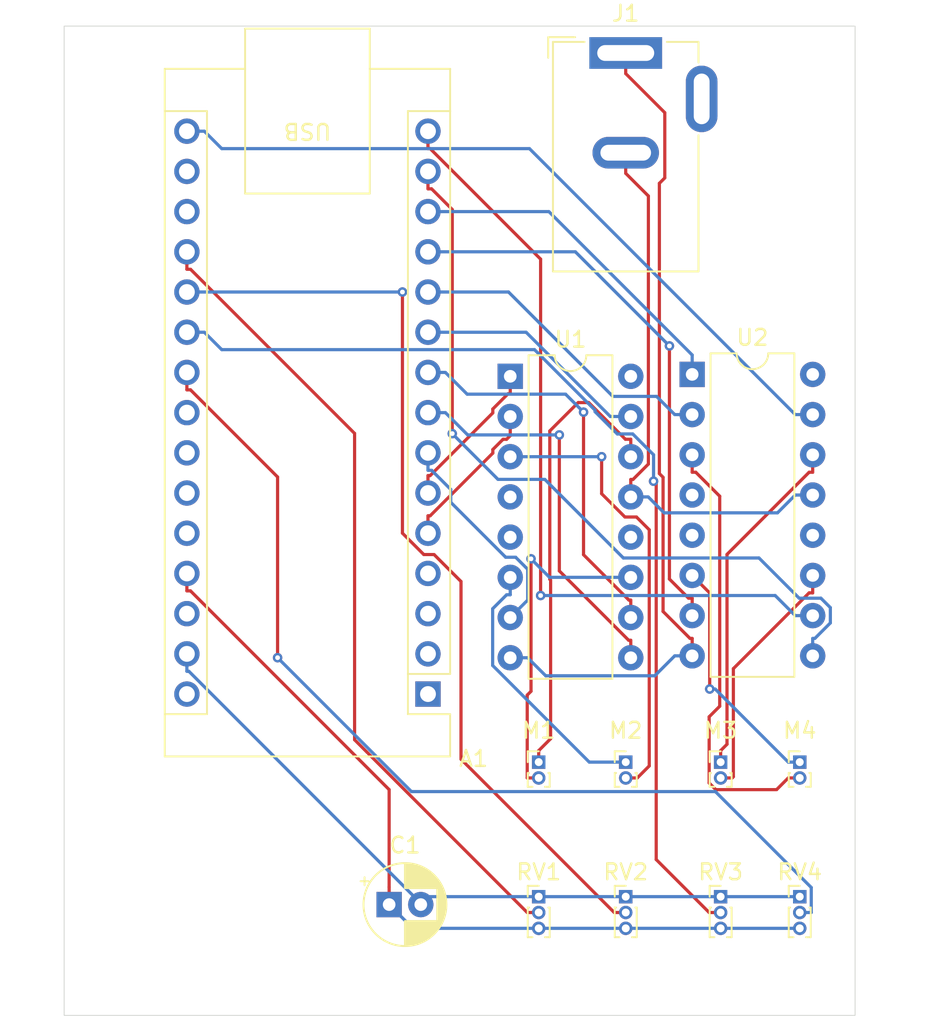
<source format=kicad_pcb>
(kicad_pcb (version 20240108) (generator "pcbnew") (generator_version "8.0")
  (layers (0 "F.Cu" signal) (31 "B.Cu" signal) (34 "B.Paste" user) (35 "F.Paste" user) (36 "B.SilkS" user "B.Silkscreen") (37 "F.SilkS" user "F.Silkscreen") (38 "B.Mask" user) (39 "F.Mask" user) (44 "Edge.Cuts" user))
  (net 0 "")
  (net 1 "Net-(A1-D10)")
  (net 2 "Net-(A1-D7)")
  (net 5 "Net-(A1-D5)")
  (net 7 "Net-(A1-D11)")
  (net 8 "Net-(A1-D13)")
  (net 9 "Net-(A1-A0)")
  (net 10 "Net-(A1-D8)")
  (net 12 "Net-(A1-D9)")
  (net 13 "Net-(A1-A2)")
  (net 20 "Net-(A1-D6)")
  (net 21 "Net-(A1-D12)")
  (net 22 "Net-(A1-A1)")
  (net 23 "Net-(A1-+5V)")
  (net 24 "Net-(A1-D3)")
  (net 25 "Net-(A1-A3)")
  (net 26 "Net-(A1-D4)")
  (net 28 "Net-(A1-GND-Pad29)")
  (net 30 "Net-(A1-D2)")
  (net 33 "Net-(U1-2Y)")
  (net 34 "Net-(U1-VCC2)")
  (net 35 "Net-(U1-3Y)")
  (net 36 "Net-(U1-4Y)")
  (net 37 "Net-(U1-1Y)")
  (net 38 "Net-(J1-Pad2)")
  (net 41 "Net-(U2-4Y)")
  (net 42 "Net-(U2-2Y)")
  (net 45 "Net-(U2-3Y)")
  (net 48 "Net-(U2-1Y)")
  (footprint "Connector_PinHeader_1.00mm:PinHeader_1x03_P1.00mm_Vertical" (layer "F.Cu") (at 135 99)
    (property "Reference" "RV4" (at 0 -1.56 0) (layer "F.SilkS"))
    (property "Value" "R_FLP")
    (pad "1" thru_hole rect (at 0 0) (size 0.85 0.85) (drill 0.5) (layers "*.Cu" "*.Mask") (net 28 "Net-(A1-GND-Pad29)"))
    (pad "2" thru_hole oval (at 0 1) (size 0.85 0.85) (drill 0.5) (layers "*.Cu" "*.Mask") (net 25 "Net-(A1-A3)"))
    (pad "3" thru_hole oval (at 0 2) (size 0.85 0.85) (drill 0.5) (layers "*.Cu" "*.Mask") (net 23 "Net-(A1-+5V)"))
  )
  (footprint "Package_DIP:DIP-16_W7.62mm" (layer "F.Cu") (at 128.2 66.005)
    (property "Reference" "U2" (at 3.81 -2.33 0) (layer "F.SilkS"))
    (property "Value" "L293D")
    (pad "1" thru_hole rect (at 0 0) (size 1.6 1.6) (drill 0.8) (layers "*.Cu" "*.Mask") (net 1 "Net-(A1-D10)"))
    (pad "2" thru_hole oval (at 0 2.54) (size 1.6 1.6) (drill 0.8) (layers "*.Cu" "*.Mask") (net 10 "Net-(A1-D8)"))
    (pad "3" thru_hole oval (at 0 5.08) (size 1.6 1.6) (drill 0.8) (layers "*.Cu" "*.Mask") (net 48 "Net-(U2-1Y)"))
    (pad "4" thru_hole oval (at 0 7.62) (size 1.6 1.6) (drill 0.8) (layers "*.Cu" "*.Mask"))
    (pad "5" thru_hole oval (at 0 10.16) (size 1.6 1.6) (drill 0.8) (layers "*.Cu" "*.Mask"))
    (pad "6" thru_hole oval (at 0 12.7) (size 1.6 1.6) (drill 0.8) (layers "*.Cu" "*.Mask") (net 42 "Net-(U2-2Y)"))
    (pad "7" thru_hole oval (at 0 15.24) (size 1.6 1.6) (drill 0.8) (layers "*.Cu" "*.Mask") (net 12 "Net-(A1-D9)"))
    (pad "8" thru_hole oval (at 0 17.78) (size 1.6 1.6) (drill 0.8) (layers "*.Cu" "*.Mask") (net 34 "Net-(U1-VCC2)"))
    (pad "9" thru_hole oval (at 7.62 17.78) (size 1.6 1.6) (drill 0.8) (layers "*.Cu" "*.Mask") (net 7 "Net-(A1-D11)"))
    (pad "10" thru_hole oval (at 7.62 15.24) (size 1.6 1.6) (drill 0.8) (layers "*.Cu" "*.Mask") (net 21 "Net-(A1-D12)"))
    (pad "11" thru_hole oval (at 7.62 12.7) (size 1.6 1.6) (drill 0.8) (layers "*.Cu" "*.Mask") (net 45 "Net-(U2-3Y)"))
    (pad "12" thru_hole oval (at 7.62 10.16) (size 1.6 1.6) (drill 0.8) (layers "*.Cu" "*.Mask"))
    (pad "13" thru_hole oval (at 7.62 7.62) (size 1.6 1.6) (drill 0.8) (layers "*.Cu" "*.Mask") (net 38 "Net-(J1-Pad2)"))
    (pad "14" thru_hole oval (at 7.62 5.08) (size 1.6 1.6) (drill 0.8) (layers "*.Cu" "*.Mask") (net 41 "Net-(U2-4Y)"))
    (pad "15" thru_hole oval (at 7.62 2.54) (size 1.6 1.6) (drill 0.8) (layers "*.Cu" "*.Mask") (net 8 "Net-(A1-D13)"))
    (pad "16" thru_hole oval (at 7.62 0) (size 1.6 1.6) (drill 0.8) (layers "*.Cu" "*.Mask"))
  )
  (footprint "Connector_PinHeader_1.00mm:PinHeader_1x02_P1.00mm_Vertical" (layer "F.Cu") (at 135 90.5)
    (property "Reference" "M4" (at 0 -2 0) (layer "F.SilkS"))
    (property "Value" "M_FLP")
    (pad "1" thru_hole rect (at 0 0) (size 0.85 0.85) (drill 0.5) (layers "*.Cu" "*.Mask") (net 42 "Net-(U2-2Y)"))
    (pad "2" thru_hole oval (at 0 1) (size 0.85 0.85) (drill 0.5) (layers "*.Cu" "*.Mask") (net 48 "Net-(U2-1Y)"))
  )
  (footprint "Capacitor_THT:CP_Radial_D5.0mm_P2.00mm" (layer "F.Cu") (at 109.0449 99.5)
    (property "Reference" "C1" (at 1 -3.75 0) (layer "F.SilkS"))
    (property "Value" "100nF")
    (pad "1" thru_hole rect (at 0 0) (size 1.6 1.6) (drill 0.8) (layers "*.Cu" "*.Mask") (net 23 "Net-(A1-+5V)"))
    (pad "2" thru_hole circle (at 2 0) (size 1.6 1.6) (drill 0.8) (layers "*.Cu" "*.Mask") (net 28 "Net-(A1-GND-Pad29)"))
  )
  (footprint "Connector_PinHeader_1.00mm:PinHeader_1x02_P1.00mm_Vertical" (layer "F.Cu") (at 124 90.5)
    (property "Reference" "M2" (at 0 -2 0) (layer "F.SilkS"))
    (property "Value" "M_ENG2")
    (pad "1" thru_hole rect (at 0 0) (size 0.85 0.85) (drill 0.5) (layers "*.Cu" "*.Mask") (net 33 "Net-(U1-2Y)"))
    (pad "2" thru_hole oval (at 0 1) (size 0.85 0.85) (drill 0.5) (layers "*.Cu" "*.Mask") (net 37 "Net-(U1-1Y)"))
  )
  (footprint "Connector_PinHeader_1.00mm:PinHeader_1x03_P1.00mm_Vertical" (layer "F.Cu") (at 124 99)
    (property "Reference" "RV2" (at 0 -1.56 0) (layer "F.SilkS"))
    (property "Value" "R_ENG2")
    (pad "1" thru_hole rect (at 0 0) (size 0.85 0.85) (drill 0.5) (layers "*.Cu" "*.Mask") (net 28 "Net-(A1-GND-Pad29)"))
    (pad "2" thru_hole oval (at 0 1) (size 0.85 0.85) (drill 0.5) (layers "*.Cu" "*.Mask") (net 22 "Net-(A1-A1)"))
    (pad "3" thru_hole oval (at 0 2) (size 0.85 0.85) (drill 0.5) (layers "*.Cu" "*.Mask") (net 23 "Net-(A1-+5V)"))
  )
  (footprint "Connector_PinHeader_1.00mm:PinHeader_1x03_P1.00mm_Vertical" (layer "F.Cu") (at 118.5 99)
    (property "Reference" "RV1" (at 0 -1.56 0) (layer "F.SilkS"))
    (property "Value" "R_ENG1")
    (pad "1" thru_hole rect (at 0 0) (size 0.85 0.85) (drill 0.5) (layers "*.Cu" "*.Mask") (net 28 "Net-(A1-GND-Pad29)"))
    (pad "2" thru_hole oval (at 0 1) (size 0.85 0.85) (drill 0.5) (layers "*.Cu" "*.Mask") (net 9 "Net-(A1-A0)"))
    (pad "3" thru_hole oval (at 0 2) (size 0.85 0.85) (drill 0.5) (layers "*.Cu" "*.Mask") (net 23 "Net-(A1-+5V)"))
  )
  (footprint "MountingHole:MountingHole_2.1mm" (layer "F.Cu") (at 135 47.5)
    (property "Reference" "REF**" (hide yes))
    (property "Value" "MountingHole_2.1mm")
    (pad "" np_thru_hole circle (at 0 0) (size 2.1 2.1) (drill 2.1) (layers "*.Cu" "*.Mask"))
  )
  (footprint "MountingHole:MountingHole_2.1mm" (layer "F.Cu") (at 92.5 103)
    (property "Reference" "p" (hide yes))
    (property "Value" "MountingHole_2.1mm")
    (pad "" np_thru_hole circle (at 0 0) (size 2.1 2.1) (drill 2.1) (layers "*.Cu" "*.Mask"))
  )
  (footprint "Connector_BarrelJack:BarrelJack_GCT_DCJ200-10-A_Horizontal" (layer "F.Cu") (at 124 45.7)
    (property "Reference" "J1" (at 0 -2.5 0) (layer "F.SilkS"))
    (property "Value" "Jack-DC")
    (pad "1" thru_hole rect (at 0 0) (size 4.6 2) (drill oval 3.6 1) (layers "*.Cu" "*.Mask") (net 34 "Net-(U1-VCC2)"))
    (pad "2" thru_hole oval (at 0 6.3) (size 4.2 2) (drill oval 3.2 1) (layers "*.Cu" "*.Mask") (net 38 "Net-(J1-Pad2)"))
    (pad "3" thru_hole oval (at 4.8 2.9) (size 2 4.2) (drill oval 1 3.2) (layers "*.Cu" "*.Mask"))
  )
  (footprint "Package_DIP:DIP-16_W7.62mm" (layer "F.Cu") (at 116.7 66.125)
    (property "Reference" "U1" (at 3.81 -2.33 0) (layer "F.SilkS"))
    (property "Value" "L293D")
    (pad "1" thru_hole rect (at 0 0) (size 1.6 1.6) (drill 0.8) (layers "*.Cu" "*.Mask") (net 24 "Net-(A1-D3)"))
    (pad "2" thru_hole oval (at 0 2.54) (size 1.6 1.6) (drill 0.8) (layers "*.Cu" "*.Mask") (net 30 "Net-(A1-D2)"))
    (pad "3" thru_hole oval (at 0 5.08) (size 1.6 1.6) (drill 0.8) (layers "*.Cu" "*.Mask") (net 37 "Net-(U1-1Y)"))
    (pad "4" thru_hole oval (at 0 7.62) (size 1.6 1.6) (drill 0.8) (layers "*.Cu" "*.Mask"))
    (pad "5" thru_hole oval (at 0 10.16) (size 1.6 1.6) (drill 0.8) (layers "*.Cu" "*.Mask"))
    (pad "6" thru_hole oval (at 0 12.7) (size 1.6 1.6) (drill 0.8) (layers "*.Cu" "*.Mask") (net 33 "Net-(U1-2Y)"))
    (pad "7" thru_hole oval (at 0 15.24) (size 1.6 1.6) (drill 0.8) (layers "*.Cu" "*.Mask") (net 26 "Net-(A1-D4)"))
    (pad "8" thru_hole oval (at 0 17.78) (size 1.6 1.6) (drill 0.8) (layers "*.Cu" "*.Mask") (net 34 "Net-(U1-VCC2)"))
    (pad "9" thru_hole oval (at 7.62 17.78) (size 1.6 1.6) (drill 0.8) (layers "*.Cu" "*.Mask") (net 5 "Net-(A1-D5)"))
    (pad "10" thru_hole oval (at 7.62 15.24) (size 1.6 1.6) (drill 0.8) (layers "*.Cu" "*.Mask") (net 20 "Net-(A1-D6)"))
    (pad "11" thru_hole oval (at 7.62 12.7) (size 1.6 1.6) (drill 0.8) (layers "*.Cu" "*.Mask") (net 35 "Net-(U1-3Y)"))
    (pad "12" thru_hole oval (at 7.62 10.16) (size 1.6 1.6) (drill 0.8) (layers "*.Cu" "*.Mask"))
    (pad "13" thru_hole oval (at 7.62 7.62) (size 1.6 1.6) (drill 0.8) (layers "*.Cu" "*.Mask") (net 38 "Net-(J1-Pad2)"))
    (pad "14" thru_hole oval (at 7.62 5.08) (size 1.6 1.6) (drill 0.8) (layers "*.Cu" "*.Mask") (net 36 "Net-(U1-4Y)"))
    (pad "15" thru_hole oval (at 7.62 2.54) (size 1.6 1.6) (drill 0.8) (layers "*.Cu" "*.Mask") (net 2 "Net-(A1-D7)"))
    (pad "16" thru_hole oval (at 7.62 0) (size 1.6 1.6) (drill 0.8) (layers "*.Cu" "*.Mask"))
  )
  (footprint "Connector_PinHeader_1.00mm:PinHeader_1x02_P1.00mm_Vertical" (layer "F.Cu") (at 130 90.5)
    (property "Reference" "M3" (at 0 -2 0) (layer "F.SilkS"))
    (property "Value" "M_BRK")
    (pad "1" thru_hole rect (at 0 0) (size 0.85 0.85) (drill 0.5) (layers "*.Cu" "*.Mask") (net 41 "Net-(U2-4Y)"))
    (pad "2" thru_hole oval (at 0 1) (size 0.85 0.85) (drill 0.5) (layers "*.Cu" "*.Mask") (net 45 "Net-(U2-3Y)"))
  )
  (footprint "Connector_PinHeader_1.00mm:PinHeader_1x02_P1.00mm_Vertical" (layer "F.Cu") (at 118.5 90.5)
    (property "Reference" "M1" (at 0 -2 0) (layer "F.SilkS"))
    (property "Value" "M_ENG1")
    (pad "1" thru_hole rect (at 0 0) (size 0.85 0.85) (drill 0.5) (layers "*.Cu" "*.Mask") (net 36 "Net-(U1-4Y)"))
    (pad "2" thru_hole oval (at 0 1) (size 0.85 0.85) (drill 0.5) (layers "*.Cu" "*.Mask") (net 35 "Net-(U1-3Y)"))
  )
  (footprint "Connector_PinHeader_1.00mm:PinHeader_1x03_P1.00mm_Vertical" (layer "F.Cu") (at 130 99)
    (property "Reference" "RV3" (at 0 -1.56 0) (layer "F.SilkS"))
    (property "Value" "R_BRK")
    (pad "1" thru_hole rect (at 0 0) (size 0.85 0.85) (drill 0.5) (layers "*.Cu" "*.Mask") (net 28 "Net-(A1-GND-Pad29)"))
    (pad "2" thru_hole oval (at 0 1) (size 0.85 0.85) (drill 0.5) (layers "*.Cu" "*.Mask") (net 13 "Net-(A1-A2)"))
    (pad "3" thru_hole oval (at 0 2) (size 0.85 0.85) (drill 0.5) (layers "*.Cu" "*.Mask") (net 23 "Net-(A1-+5V)"))
  )
  (footprint "Module:Arduino_Nano" (layer "F.Cu") (at 111.5 86.2 180)
    (property "Reference" "A1" (at -2.88 -4.08 0) (layer "F.SilkS"))
    (property "Value" "Arduino_Nano_v3.x")
    (fp_text user "USB" (at 7.62 35.56 180) (layer "F.SilkS"))
    (pad "1" thru_hole rect (at 0 0 180) (size 1.6 1.6) (drill 1) (layers "*.Cu" "*.Mask"))
    (pad "2" thru_hole oval (at 0 2.54 180) (size 1.6 1.6) (drill 1) (layers "*.Cu" "*.Mask"))
    (pad "3" thru_hole oval (at 0 5.08 180) (size 1.6 1.6) (drill 1) (layers "*.Cu" "*.Mask"))
    (pad "4" thru_hole oval (at 0 7.62 180) (size 1.6 1.6) (drill 1) (layers "*.Cu" "*.Mask"))
    (pad "5" thru_hole oval (at 0 10.16 180) (size 1.6 1.6) (drill 1) (layers "*.Cu" "*.Mask") (net 30 "Net-(A1-D2)"))
    (pad "6" thru_hole oval (at 0 12.7 180) (size 1.6 1.6) (drill 1) (layers "*.Cu" "*.Mask") (net 24 "Net-(A1-D3)"))
    (pad "7" thru_hole oval (at 0 15.24 180) (size 1.6 1.6) (drill 1) (layers "*.Cu" "*.Mask") (net 26 "Net-(A1-D4)"))
    (pad "8" thru_hole oval (at 0 17.78 180) (size 1.6 1.6) (drill 1) (layers "*.Cu" "*.Mask") (net 5 "Net-(A1-D5)"))
    (pad "9" thru_hole oval (at 0 20.32 180) (size 1.6 1.6) (drill 1) (layers "*.Cu" "*.Mask") (net 20 "Net-(A1-D6)"))
    (pad "10" thru_hole oval (at 0 22.86 180) (size 1.6 1.6) (drill 1) (layers "*.Cu" "*.Mask") (net 2 "Net-(A1-D7)"))
    (pad "11" thru_hole oval (at 0 25.4 180) (size 1.6 1.6) (drill 1) (layers "*.Cu" "*.Mask") (net 10 "Net-(A1-D8)"))
    (pad "12" thru_hole oval (at 0 27.94 180) (size 1.6 1.6) (drill 1) (layers "*.Cu" "*.Mask") (net 12 "Net-(A1-D9)"))
    (pad "13" thru_hole oval (at 0 30.48 180) (size 1.6 1.6) (drill 1) (layers "*.Cu" "*.Mask") (net 1 "Net-(A1-D10)"))
    (pad "14" thru_hole oval (at 0 33.02 180) (size 1.6 1.6) (drill 1) (layers "*.Cu" "*.Mask") (net 7 "Net-(A1-D11)"))
    (pad "15" thru_hole oval (at 0 35.56 180) (size 1.6 1.6) (drill 1) (layers "*.Cu" "*.Mask") (net 21 "Net-(A1-D12)"))
    (pad "16" thru_hole oval (at 15.24 35.56 180) (size 1.6 1.6) (drill 1) (layers "*.Cu" "*.Mask") (net 8 "Net-(A1-D13)"))
    (pad "17" thru_hole oval (at 15.24 33.02 180) (size 1.6 1.6) (drill 1) (layers "*.Cu" "*.Mask"))
    (pad "18" thru_hole oval (at 15.24 30.48 180) (size 1.6 1.6) (drill 1) (layers "*.Cu" "*.Mask"))
    (pad "19" thru_hole oval (at 15.24 27.94 180) (size 1.6 1.6) (drill 1) (layers "*.Cu" "*.Mask") (net 9 "Net-(A1-A0)"))
    (pad "20" thru_hole oval (at 15.24 25.4 180) (size 1.6 1.6) (drill 1) (layers "*.Cu" "*.Mask") (net 22 "Net-(A1-A1)"))
    (pad "21" thru_hole oval (at 15.24 22.86 180) (size 1.6 1.6) (drill 1) (layers "*.Cu" "*.Mask") (net 13 "Net-(A1-A2)"))
    (pad "22" thru_hole oval (at 15.24 20.32 180) (size 1.6 1.6) (drill 1) (layers "*.Cu" "*.Mask") (net 25 "Net-(A1-A3)"))
    (pad "23" thru_hole oval (at 15.24 17.78 180) (size 1.6 1.6) (drill 1) (layers "*.Cu" "*.Mask"))
    (pad "24" thru_hole oval (at 15.24 15.24 180) (size 1.6 1.6) (drill 1) (layers "*.Cu" "*.Mask"))
    (pad "25" thru_hole oval (at 15.24 12.7 180) (size 1.6 1.6) (drill 1) (layers "*.Cu" "*.Mask"))
    (pad "26" thru_hole oval (at 15.24 10.16 180) (size 1.6 1.6) (drill 1) (layers "*.Cu" "*.Mask"))
    (pad "27" thru_hole oval (at 15.24 7.62 180) (size 1.6 1.6) (drill 1) (layers "*.Cu" "*.Mask") (net 23 "Net-(A1-+5V)"))
    (pad "28" thru_hole oval (at 15.24 5.08 180) (size 1.6 1.6) (drill 1) (layers "*.Cu" "*.Mask"))
    (pad "29" thru_hole oval (at 15.24 2.54 180) (size 1.6 1.6) (drill 1) (layers "*.Cu" "*.Mask") (net 28 "Net-(A1-GND-Pad29)"))
    (pad "30" thru_hole oval (at 15.24 0 180) (size 1.6 1.6) (drill 1) (layers "*.Cu" "*.Mask"))
  )
  (gr_rect (start 88.5 44) (end 138.5 106.5) (stroke (width 0.05)) (fill none) (layer "Edge.Cuts"))
  (segment (start 128.2 64.7776) (end 119.1424 55.72) (width 0.2) (layer "B.Cu") (net 1))
  (segment (start 128.2 66.005) (end 128.2 64.7776) (width 0.2) (layer "B.Cu") (net 1))
  (segment (start 119.1424 55.72) (end 111.5 55.72) (width 0.2) (layer "B.Cu") (net 1))
  (segment (start 124.32 68.665) (end 123.0271 68.665) (width 0.2) (layer "B.Cu") (net 2))
  (segment (start 123.0271 68.665) (end 123.0271 68.6649) (width 0.2) (layer "B.Cu") (net 2))
  (segment (start 123.0271 68.6649) (end 117.7022 63.34) (width 0.2) (layer "B.Cu") (net 2))
  (segment (start 117.7022 63.34) (end 111.5 63.34) (width 0.2) (layer "B.Cu") (net 2))
  (segment (start 124.32 82.8033) (end 124.1865 82.8033) (width 0.2) (layer "F.Cu") (net 5))
  (segment (start 124.1865 82.8033) (end 119.8031 78.4199) (width 0.2) (layer "F.Cu") (net 5))
  (segment (start 124.32 83.905) (end 124.32 82.8033) (width 0.2) (layer "F.Cu") (net 5))
  (segment (start 119.8031 78.4199) (end 119.8031 69.8282) (width 0.2) (layer "F.Cu") (net 5))
  (via (at 119.8031 69.8282) (size 0.6) (drill 0.3) (layers "F.Cu" "B.Cu") (net 5))
  (segment (start 111.5 68.42) (end 112.6017 68.42) (width 0.2) (layer "B.Cu") (net 5))
  (segment (start 114.0099 69.8282) (end 119.8031 69.8282) (width 0.2) (layer "B.Cu") (net 5))
  (segment (start 112.6017 68.42) (end 114.0099 69.8282) (width 0.2) (layer "B.Cu") (net 5))
  (segment (start 111.7283 54.2817) (end 111.5 54.2817) (width 0.2) (layer "F.Cu") (net 7))
  (segment (start 113.0344 55.5878) (end 111.7283 54.2817) (width 0.2) (layer "F.Cu") (net 7))
  (segment (start 111.5 53.18) (end 111.5 54.2817) (width 0.2) (layer "F.Cu") (net 7))
  (segment (start 113.0344 69.7467) (end 113.0344 55.5878) (width 0.2) (layer "F.Cu") (net 7))
  (via (at 113.0344 69.7467) (size 0.6) (drill 0.3) (layers "F.Cu" "B.Cu") (net 7))
  (segment (start 135.82 82.6833) (end 135.9577 82.6833) (width 0.2) (layer "B.Cu") (net 7))
  (segment (start 135.82 83.785) (end 135.82 82.6833) (width 0.2) (layer "B.Cu") (net 7))
  (segment (start 136.9336 80.7371) (end 136.3398 80.1433) (width 0.2) (layer "B.Cu") (net 7))
  (segment (start 134.9642 80.1433) (end 132.4242 77.6033) (width 0.2) (layer "B.Cu") (net 7))
  (segment (start 118.8833 72.6366) (end 115.9243 72.6366) (width 0.2) (layer "B.Cu") (net 7))
  (segment (start 136.9336 81.7074) (end 136.9336 80.7371) (width 0.2) (layer "B.Cu") (net 7))
  (segment (start 123.85 77.6033) (end 118.8833 72.6366) (width 0.2) (layer "B.Cu") (net 7))
  (segment (start 115.9243 72.6366) (end 113.0344 69.7467) (width 0.2) (layer "B.Cu") (net 7))
  (segment (start 135.9577 82.6833) (end 136.9336 81.7074) (width 0.2) (layer "B.Cu") (net 7))
  (segment (start 132.4242 77.6033) (end 123.85 77.6033) (width 0.2) (layer "B.Cu") (net 7))
  (segment (start 136.3398 80.1433) (end 134.9642 80.1433) (width 0.2) (layer "B.Cu") (net 7))
  (segment (start 98.4634 51.7417) (end 117.915 51.7417) (width 0.2) (layer "B.Cu") (net 8))
  (segment (start 96.26 50.64) (end 97.3617 50.64) (width 0.2) (layer "B.Cu") (net 8))
  (segment (start 117.915 51.7417) (end 134.7183 68.545) (width 0.2) (layer "B.Cu") (net 8))
  (segment (start 97.3617 50.64) (end 98.4634 51.7417) (width 0.2) (layer "B.Cu") (net 8))
  (segment (start 135.82 68.545) (end 134.7183 68.545) (width 0.2) (layer "B.Cu") (net 8))
  (segment (start 106.8615 69.7349) (end 96.4883 59.3617) (width 0.2) (layer "F.Cu") (net 9))
  (segment (start 118.5 100) (end 117.7733 100) (width 0.2) (layer "F.Cu") (net 9))
  (segment (start 96.26 58.26) (end 96.26 59.3617) (width 0.2) (layer "F.Cu") (net 9))
  (segment (start 96.4883 59.3617) (end 96.26 59.3617) (width 0.2) (layer "F.Cu") (net 9))
  (segment (start 106.8615 89.0882) (end 106.8615 69.7349) (width 0.2) (layer "F.Cu") (net 9))
  (segment (start 117.7733 100) (end 106.8615 89.0882) (width 0.2) (layer "F.Cu") (net 9))
  (segment (start 116.5912 60.8) (end 111.5 60.8) (width 0.2) (layer "B.Cu") (net 10))
  (segment (start 128.2 68.545) (end 127.0983 68.545) (width 0.2) (layer "B.Cu") (net 10))
  (segment (start 123.1847 67.3935) (end 116.5912 60.8) (width 0.2) (layer "B.Cu") (net 10))
  (segment (start 125.9468 67.3935) (end 123.1847 67.3935) (width 0.2) (layer "B.Cu") (net 10))
  (segment (start 127.0983 68.545) (end 125.9468 67.3935) (width 0.2) (layer "B.Cu") (net 10))
  (segment (start 126.7622 78.9338) (end 126.7622 64.2062) (width 0.2) (layer "F.Cu") (net 12))
  (segment (start 127.9717 80.1433) (end 126.7622 78.9338) (width 0.2) (layer "F.Cu") (net 12))
  (segment (start 128.2 80.1433) (end 127.9717 80.1433) (width 0.2) (layer "F.Cu") (net 12))
  (segment (start 128.2 81.245) (end 128.2 80.1433) (width 0.2) (layer "F.Cu") (net 12))
  (via (at 126.7622 64.2062) (size 0.6) (drill 0.3) (layers "F.Cu" "B.Cu") (net 12))
  (segment (start 120.816 58.26) (end 126.7622 64.2062) (width 0.2) (layer "B.Cu") (net 12))
  (segment (start 111.5 58.26) (end 120.816 58.26) (width 0.2) (layer "B.Cu") (net 12))
  (segment (start 125.9267 72.9217) (end 125.9267 96.6534) (width 0.2) (layer "F.Cu") (net 13))
  (segment (start 130 100) (end 129.2733 100) (width 0.2) (layer "F.Cu") (net 13))
  (segment (start 125.9267 96.6534) (end 129.2733 100) (width 0.2) (layer "F.Cu") (net 13))
  (segment (start 125.7588 72.7538) (end 125.9267 72.9217) (width 0.2) (layer "F.Cu") (net 13))
  (via (at 125.7588 72.7538) (size 0.6) (drill 0.3) (layers "F.Cu" "B.Cu") (net 13))
  (segment (start 96.26 63.34) (end 97.3617 63.34) (width 0.2) (layer "B.Cu") (net 13))
  (segment (start 123.4673 69.7667) (end 124.4445 69.7667) (width 0.2) (layer "B.Cu") (net 13))
  (segment (start 125.7588 71.081) (end 125.7588 72.7538) (width 0.2) (layer "B.Cu") (net 13))
  (segment (start 97.3617 63.34) (end 98.4634 64.4417) (width 0.2) (layer "B.Cu") (net 13))
  (segment (start 118.2358 64.4417) (end 122.063 68.2689) (width 0.2) (layer "B.Cu") (net 13))
  (segment (start 124.4445 69.7667) (end 125.7588 71.081) (width 0.2) (layer "B.Cu") (net 13))
  (segment (start 98.4634 64.4417) (end 118.2358 64.4417) (width 0.2) (layer "B.Cu") (net 13))
  (segment (start 122.063 68.3624) (end 123.4673 69.7667) (width 0.2) (layer "B.Cu") (net 13))
  (segment (start 122.063 68.2689) (end 122.063 68.3624) (width 0.2) (layer "B.Cu") (net 13))
  (segment (start 121.3331 77.3962) (end 124.2002 80.2633) (width 0.2) (layer "F.Cu") (net 20))
  (segment (start 124.2002 80.2633) (end 124.32 80.2633) (width 0.2) (layer "F.Cu") (net 20))
  (segment (start 124.32 81.365) (end 124.32 80.2633) (width 0.2) (layer "F.Cu") (net 20))
  (segment (start 121.3331 68.39) (end 121.3331 77.3962) (width 0.2) (layer "F.Cu") (net 20))
  (via (at 121.3331 68.39) (size 0.6) (drill 0.3) (layers "F.Cu" "B.Cu") (net 20))
  (segment (start 120.1965 67.2534) (end 113.9751 67.2534) (width 0.2) (layer "B.Cu") (net 20))
  (segment (start 113.9751 67.2534) (end 112.6017 65.88) (width 0.2) (layer "B.Cu") (net 20))
  (segment (start 121.3331 68.39) (end 120.1965 67.2534) (width 0.2) (layer "B.Cu") (net 20))
  (segment (start 111.5 65.88) (end 112.6017 65.88) (width 0.2) (layer "B.Cu") (net 20))
  (segment (start 111.6377 51.7417) (end 118.6199 58.7239) (width 0.2) (layer "F.Cu") (net 21))
  (segment (start 111.5 51.7417) (end 111.6377 51.7417) (width 0.2) (layer "F.Cu") (net 21))
  (segment (start 111.5 50.64) (end 111.5 51.7417) (width 0.2) (layer "F.Cu") (net 21))
  (segment (start 118.6199 58.7239) (end 118.6199 79.975) (width 0.2) (layer "F.Cu") (net 21))
  (via (at 118.6199 79.975) (size 0.6) (drill 0.3) (layers "F.Cu" "B.Cu") (net 21))
  (segment (start 133.4483 79.975) (end 118.6199 79.975) (width 0.2) (layer "B.Cu") (net 21))
  (segment (start 134.7183 81.245) (end 133.4483 79.975) (width 0.2) (layer "B.Cu") (net 21))
  (segment (start 135.82 81.245) (end 134.7183 81.245) (width 0.2) (layer "B.Cu") (net 21))
  (segment (start 123.2733 100) (end 113.5877 90.3144) (width 0.2) (layer "F.Cu") (net 22))
  (segment (start 124 100) (end 123.2733 100) (width 0.2) (layer "F.Cu") (net 22))
  (segment (start 113.5877 79.0884) (end 111.8845 77.3852) (width 0.2) (layer "F.Cu") (net 22))
  (segment (start 111.8845 77.3852) (end 111.2349 77.3852) (width 0.2) (layer "F.Cu") (net 22))
  (segment (start 111.2349 77.3852) (end 109.8855 76.0358) (width 0.2) (layer "F.Cu") (net 22))
  (segment (start 113.5877 90.3144) (end 113.5877 79.0884) (width 0.2) (layer "F.Cu") (net 22))
  (segment (start 109.8855 76.0358) (end 109.8855 60.8) (width 0.2) (layer "F.Cu") (net 22))
  (via (at 109.8855 60.8) (size 0.6) (drill 0.3) (layers "F.Cu" "B.Cu") (net 22))
  (segment (start 96.26 60.8) (end 109.8855 60.8) (width 0.2) (layer "B.Cu") (net 22))
  (segment (start 109.0449 92.2383) (end 96.4883 79.6817) (width 0.2) (layer "F.Cu") (net 23))
  (segment (start 109.0449 98.3983) (end 109.0449 92.2383) (width 0.2) (layer "F.Cu") (net 23))
  (segment (start 96.4883 79.6817) (end 96.26 79.6817) (width 0.2) (layer "F.Cu") (net 23))
  (segment (start 109.0449 99.5) (end 109.0449 98.3983) (width 0.2) (layer "F.Cu") (net 23))
  (segment (start 96.26 78.58) (end 96.26 79.6817) (width 0.2) (layer "F.Cu") (net 23))
  (segment (start 124 101) (end 130 101) (width 0.2) (layer "B.Cu") (net 23))
  (segment (start 109.0449 99.5) (end 110.5449 101) (width 0.2) (layer "B.Cu") (net 23))
  (segment (start 110.5449 101) (end 118.5 101) (width 0.2) (layer "B.Cu") (net 23))
  (segment (start 130 101) (end 135 101) (width 0.2) (layer "B.Cu") (net 23))
  (segment (start 118.5 101) (end 124 101) (width 0.2) (layer "B.Cu") (net 23))
  (segment (start 111.6378 72.3983) (end 115.5983 68.4378) (width 0.2) (layer "F.Cu") (net 24))
  (segment (start 111.5 72.3983) (end 111.6378 72.3983) (width 0.2) (layer "F.Cu") (net 24))
  (segment (start 111.5 73.5) (end 111.5 72.3983) (width 0.2) (layer "F.Cu") (net 24))
  (segment (start 115.5983 68.1906) (end 116.5622 67.2267) (width 0.2) (layer "F.Cu") (net 24))
  (segment (start 115.5983 68.4378) (end 115.5983 68.1906) (width 0.2) (layer "F.Cu") (net 24))
  (segment (start 116.7 66.125) (end 116.7 67.2267) (width 0.2) (layer "F.Cu") (net 24))
  (segment (start 116.5622 67.2267) (end 116.7 67.2267) (width 0.2) (layer "F.Cu") (net 24))
  (segment (start 96.4883 66.9817) (end 96.26 66.9817) (width 0.2) (layer "F.Cu") (net 25))
  (segment (start 101.9929 72.4863) (end 96.4883 66.9817) (width 0.2) (layer "F.Cu") (net 25))
  (segment (start 101.9929 83.9021) (end 101.9929 72.4863) (width 0.2) (layer "F.Cu") (net 25))
  (segment (start 96.26 65.88) (end 96.26 66.9817) (width 0.2) (layer "F.Cu") (net 25))
  (via (at 101.9929 83.9021) (size 0.6) (drill 0.3) (layers "F.Cu" "B.Cu") (net 25))
  (segment (start 135 100) (end 135.7267 100) (width 0.2) (layer "B.Cu") (net 25))
  (segment (start 129.6686 92.3606) (end 110.4514 92.3606) (width 0.2) (layer "B.Cu") (net 25))
  (segment (start 135.7267 100) (end 135.7267 98.4187) (width 0.2) (layer "B.Cu") (net 25))
  (segment (start 110.4514 92.3606) (end 101.9929 83.9021) (width 0.2) (layer "B.Cu") (net 25))
  (segment (start 135.7267 98.4187) (end 129.6686 92.3606) (width 0.2) (layer "B.Cu") (net 25))
  (segment (start 117.8028 80.2622) (end 117.8028 78.3171) (width 0.2) (layer "B.Cu") (net 26))
  (segment (start 112.9398 74.0845) (end 112.9398 73.2732) (width 0.2) (layer "B.Cu") (net 26))
  (segment (start 112.9398 73.2732) (end 111.7283 72.0617) (width 0.2) (layer "B.Cu") (net 26))
  (segment (start 117.0407 77.555) (end 116.4103 77.555) (width 0.2) (layer "B.Cu") (net 26))
  (segment (start 111.7283 72.0617) (end 111.5 72.0617) (width 0.2) (layer "B.Cu") (net 26))
  (segment (start 111.5 70.96) (end 111.5 72.0617) (width 0.2) (layer "B.Cu") (net 26))
  (segment (start 117.8028 78.3171) (end 117.0407 77.555) (width 0.2) (layer "B.Cu") (net 26))
  (segment (start 116.7 81.365) (end 117.8028 80.2622) (width 0.2) (layer "B.Cu") (net 26))
  (segment (start 116.4103 77.555) (end 112.9398 74.0845) (width 0.2) (layer "B.Cu") (net 26))
  (segment (start 96.26 84.7617) (end 96.3863 84.7617) (width 0.2) (layer "B.Cu") (net 28))
  (segment (start 111.0448 99.4202) (end 111.0449 99.4202) (width 0.2) (layer "B.Cu") (net 28))
  (segment (start 96.3863 84.7617) (end 111.0448 99.4202) (width 0.2) (layer "B.Cu") (net 28))
  (segment (start 124 99) (end 130 99) (width 0.2) (layer "B.Cu") (net 28))
  (segment (start 118.5 99) (end 124 99) (width 0.2) (layer "B.Cu") (net 28))
  (segment (start 96.26 83.66) (end 96.26 84.7617) (width 0.2) (layer "B.Cu") (net 28))
  (segment (start 111.4651 99) (end 118.5 99) (width 0.2) (layer "B.Cu") (net 28))
  (segment (start 130 99) (end 135 99) (width 0.2) (layer "B.Cu") (net 28))
  (segment (start 111.0449 99.4202) (end 111.0449 99.5) (width 0.2) (layer "B.Cu") (net 28))
  (segment (start 111.0449 99.4202) (end 111.4651 99) (width 0.2) (layer "B.Cu") (net 28))
  (segment (start 116.7 69.8761) (end 116.7 68.665) (width 0.2) (layer "F.Cu") (net 30))
  (segment (start 116.244365 70.105) (end 116.4711 70.105) (width 0.2) (layer "F.Cu") (net 30))
  (segment (start 116.4711 70.105) (end 116.7 69.8761) (width 0.2) (layer "F.Cu") (net 30))
  (segment (start 111.6378 74.9383) (end 115.6 70.9761) (width 0.2) (layer "F.Cu") (net 30))
  (segment (start 115.6 70.9761) (end 115.6 70.749365) (width 0.2) (layer "F.Cu") (net 30))
  (segment (start 111.5 76.04) (end 111.5 74.9383) (width 0.2) (layer "F.Cu") (net 30))
  (segment (start 111.5 74.9383) (end 111.6378 74.9383) (width 0.2) (layer "F.Cu") (net 30))
  (segment (start 115.6 70.749365) (end 116.244365 70.105) (width 0.2) (layer "F.Cu") (net 30))
  (segment (start 116.4717 79.9267) (end 116.7 79.9267) (width 0.2) (layer "B.Cu") (net 33))
  (segment (start 124 90.5) (end 121.6953 90.5) (width 0.2) (layer "B.Cu") (net 33))
  (segment (start 115.589 84.3937) (end 115.589 80.8094) (width 0.2) (layer "B.Cu") (net 33))
  (segment (start 121.6953 90.5) (end 115.589 84.3937) (width 0.2) (layer "B.Cu") (net 33))
  (segment (start 116.7 78.825) (end 116.7 79.9267) (width 0.2) (layer "B.Cu") (net 33))
  (segment (start 115.589 80.8094) (end 116.4717 79.9267) (width 0.2) (layer "B.Cu") (net 33))
  (segment (start 128.2 82.6833) (end 128.0623 82.6833) (width 0.2) (layer "F.Cu") (net 34))
  (segment (start 126.3605 80.9815) (end 126.3605 72.5046) (width 0.2) (layer "F.Cu") (net 34))
  (segment (start 126.1266 53.9342) (end 126.4699 53.5909) (width 0.2) (layer "F.Cu") (net 34))
  (segment (start 126.1266 72.2707) (end 126.1266 53.9342) (width 0.2) (layer "F.Cu") (net 34))
  (segment (start 128.2 83.785) (end 128.2 82.6833) (width 0.2) (layer "F.Cu") (net 34))
  (segment (start 126.3605 72.5046) (end 126.1266 72.2707) (width 0.2) (layer "F.Cu") (net 34))
  (segment (start 128.0623 82.6833) (end 126.3605 80.9815) (width 0.2) (layer "F.Cu") (net 34))
  (segment (start 126.4699 49.4716) (end 124 47.0017) (width 0.2) (layer "F.Cu") (net 34))
  (segment (start 126.4699 53.5909) (end 126.4699 49.4716) (width 0.2) (layer "F.Cu") (net 34))
  (segment (start 124 45.7) (end 124 47.0017) (width 0.2) (layer "F.Cu") (net 34))
  (segment (start 128.2 83.785) (end 127.0983 83.785) (width 0.2) (layer "B.Cu") (net 34))
  (segment (start 116.7 83.905) (end 117.8017 83.905) (width 0.2) (layer "B.Cu") (net 34))
  (segment (start 118.9413 85.0446) (end 125.8387 85.0446) (width 0.2) (layer "B.Cu") (net 34))
  (segment (start 125.8387 85.0446) (end 127.0983 83.785) (width 0.2) (layer "B.Cu") (net 34))
  (segment (start 117.8017 83.905) (end 118.9413 85.0446) (width 0.2) (layer "B.Cu") (net 34))
  (segment (start 117.7733 86.2641) (end 118.013 86.0244) (width 0.2) (layer "F.Cu") (net 35))
  (segment (start 118.5 91.5) (end 117.7733 91.5) (width 0.2) (layer "F.Cu") (net 35))
  (segment (start 117.7733 91.5) (end 117.7733 86.2641) (width 0.2) (layer "F.Cu") (net 35))
  (segment (start 118.013 86.0244) (end 118.013 77.656) (width 0.2) (layer "F.Cu") (net 35))
  (via (at 118.013 77.656) (size 0.6) (drill 0.3) (layers "F.Cu" "B.Cu") (net 35))
  (segment (start 124.32 78.825) (end 119.182 78.825) (width 0.2) (layer "B.Cu") (net 35))
  (segment (start 119.182 78.825) (end 118.013 77.656) (width 0.2) (layer "B.Cu") (net 35))
  (segment (start 119.2534 89.0199) (end 118.5 89.7733) (width 0.2) (layer "F.Cu") (net 36))
  (segment (start 121.6614 67.7858) (end 120.9911 67.7858) (width 0.2) (layer "F.Cu") (net 36))
  (segment (start 118.5 90.5) (end 118.5 89.7733) (width 0.2) (layer "F.Cu") (net 36))
  (segment (start 123.9789 70.1033) (end 121.6614 67.7858) (width 0.2) (layer "F.Cu") (net 36))
  (segment (start 124.32 70.1033) (end 123.9789 70.1033) (width 0.2) (layer "F.Cu") (net 36))
  (segment (start 124.32 71.205) (end 124.32 70.1033) (width 0.2) (layer "F.Cu") (net 36))
  (segment (start 120.9911 67.7858) (end 119.2013 69.5756) (width 0.2) (layer "F.Cu") (net 36))
  (segment (start 119.2013 69.5756) (end 119.2013 78.9511) (width 0.2) (layer "F.Cu") (net 36))
  (segment (start 119.2534 79.0032) (end 119.2534 89.0199) (width 0.2) (layer "F.Cu") (net 36))
  (segment (start 119.2013 78.9511) (end 119.2534 79.0032) (width 0.2) (layer "F.Cu") (net 36))
  (segment (start 125.4858 75.8213) (end 124.6795 75.015) (width 0.2) (layer "F.Cu") (net 37))
  (segment (start 124.6795 75.015) (end 123.9497 75.015) (width 0.2) (layer "F.Cu") (net 37))
  (segment (start 123.9497 75.015) (end 122.4766 73.5419) (width 0.2) (layer "F.Cu") (net 37))
  (segment (start 124.7267 91.5) (end 125.4858 90.7409) (width 0.2) (layer "F.Cu") (net 37))
  (segment (start 125.4858 90.7409) (end 125.4858 75.8213) (width 0.2) (layer "F.Cu") (net 37))
  (segment (start 124 91.5) (end 124.7267 91.5) (width 0.2) (layer "F.Cu") (net 37))
  (segment (start 122.4766 73.5419) (end 122.4766 71.205) (width 0.2) (layer "F.Cu") (net 37))
  (via (at 122.4766 71.205) (size 0.6) (drill 0.3) (layers "F.Cu" "B.Cu") (net 37))
  (segment (start 116.7 71.205) (end 122.4766 71.205) (width 0.2) (layer "B.Cu") (net 37))
  (segment (start 124 52) (end 124 53.3017) (width 0.2) (layer "F.Cu") (net 38))
  (segment (start 125.4311 54.7328) (end 124 53.3017) (width 0.2) (layer "F.Cu") (net 38))
  (segment (start 124.32 72.6433) (end 124.4577 72.6433) (width 0.2) (layer "F.Cu") (net 38))
  (segment (start 124.4577 72.6433) (end 125.4311 71.6699) (width 0.2) (layer "F.Cu") (net 38))
  (segment (start 124.32 73.745) (end 124.32 72.6433) (width 0.2) (layer "F.Cu") (net 38))
  (segment (start 125.4311 71.6699) (end 125.4311 54.7328) (width 0.2) (layer "F.Cu") (net 38))
  (segment (start 124.32 73.745) (end 125.4217 73.745) (width 0.2) (layer "B.Cu") (net 38))
  (segment (start 135.82 73.625) (end 134.7183 73.625) (width 0.2) (layer "B.Cu") (net 38))
  (segment (start 133.5921 74.7512) (end 126.4279 74.7512) (width 0.2) (layer "B.Cu") (net 38))
  (segment (start 126.4279 74.7512) (end 125.4217 73.745) (width 0.2) (layer "B.Cu") (net 38))
  (segment (start 134.7183 73.625) (end 133.5921 74.7512) (width 0.2) (layer "B.Cu") (net 38))
  (segment (start 130.4017 89.3716) (end 130.4017 77.3767) (width 0.2) (layer "F.Cu") (net 41))
  (segment (start 135.5917 72.1867) (end 135.82 72.1867) (width 0.2) (layer "F.Cu") (net 41))
  (segment (start 135.82 71.085) (end 135.82 72.1867) (width 0.2) (layer "F.Cu") (net 41))
  (segment (start 130 90.5) (end 130 89.7733) (width 0.2) (layer "F.Cu") (net 41))
  (segment (start 130 89.7733) (end 130.4017 89.3716) (width 0.2) (layer "F.Cu") (net 41))
  (segment (start 130.4017 77.3767) (end 135.5917 72.1867) (width 0.2) (layer "F.Cu") (net 41))
  (segment (start 129.3085 79.8135) (end 129.3085 85.8811) (width 0.2) (layer "F.Cu") (net 42))
  (segment (start 128.2 78.705) (end 129.3085 79.8135) (width 0.2) (layer "F.Cu") (net 42))
  (via (at 129.3085 85.8811) (size 0.6) (drill 0.3) (layers "F.Cu" "B.Cu") (net 42))
  (segment (start 135 90.5) (end 134.2733 90.5) (width 0.2) (layer "B.Cu") (net 42))
  (segment (start 134.2733 90.5) (end 129.6544 85.8811) (width 0.2) (layer "B.Cu") (net 42))
  (segment (start 129.6544 85.8811) (end 129.3085 85.8811) (width 0.2) (layer "B.Cu") (net 42))
  (segment (start 130.7267 91.5) (end 130.8034 91.4233) (width 0.2) (layer "F.Cu") (net 45))
  (segment (start 130.8034 91.4233) (end 130.8034 84.595) (width 0.2) (layer "F.Cu") (net 45))
  (segment (start 135.82 78.705) (end 135.82 79.8067) (width 0.2) (layer "F.Cu") (net 45))
  (segment (start 130.8034 84.595) (end 135.5917 79.8067) (width 0.2) (layer "F.Cu") (net 45))
  (segment (start 130 91.5) (end 130.7267 91.5) (width 0.2) (layer "F.Cu") (net 45))
  (segment (start 135.5917 79.8067) (end 135.82 79.8067) (width 0.2) (layer "F.Cu") (net 45))
  (segment (start 133.5338 92.2395) (end 129.6953 92.2395) (width 0.2) (layer "F.Cu") (net 48))
  (segment (start 129.2733 91.8175) (end 129.2733 87.6371) (width 0.2) (layer "F.Cu") (net 48))
  (segment (start 129.9415 86.9689) (end 129.9415 73.6999) (width 0.2) (layer "F.Cu") (net 48))
  (segment (start 129.9415 73.6999) (end 128.4283 72.1867) (width 0.2) (layer "F.Cu") (net 48))
  (segment (start 128.4283 72.1867) (end 128.2 72.1867) (width 0.2) (layer "F.Cu") (net 48))
  (segment (start 129.6953 92.2395) (end 129.2733 91.8175) (width 0.2) (layer "F.Cu") (net 48))
  (segment (start 128.2 71.085) (end 128.2 72.1867) (width 0.2) (layer "F.Cu") (net 48))
  (segment (start 134.2733 91.5) (end 133.5338 92.2395) (width 0.2) (layer "F.Cu") (net 48))
  (segment (start 135 91.5) (end 134.2733 91.5) (width 0.2) (layer "F.Cu") (net 48))
  (segment (start 129.2733 87.6371) (end 129.9415 86.9689) (width 0.2) (layer "F.Cu") (net 48))
)
</source>
